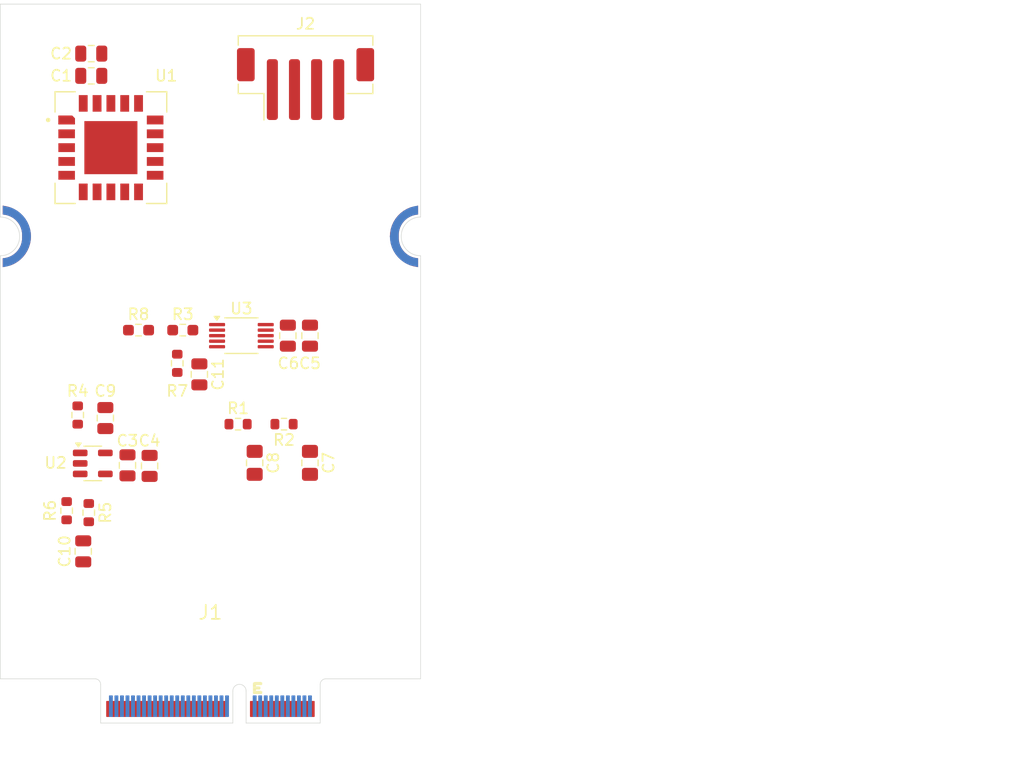
<source format=kicad_pcb>
(kicad_pcb (version 20241229) (generator "pcbnew") (generator_version "9.0")
  (layers (0 "F.Cu" signal) (2 "B.Cu" signal) (13 "F.Paste" user) (15 "B.Paste" user) (5 "F.SilkS" user "F.Silkscreen") (7 "B.SilkS" user "B.Silkscreen") (1 "F.Mask" user) (3 "B.Mask" user) (25 "Edge.Cuts" user))
  (net 0 "")
  (net 2 "GND")
  (net 10 "I2C_SDA")
  (net 19 "I2C_SCL")
  (net 21 "Net-(J1-VCC-Pad72)")
  (net 23 "+3.3V")
  (net 47 "LPF-OUT")
  (net 48 "OPA320-IN")
  (net 49 "OPA320-OUT")
  (net 50 "Net-(U3-ALERT{slash}RDY)")
  (net 51 "Net-(C7-Pad1)")
  (net 52 "Net-(U2-+IN)")
  (net 53 "Net-(U3-AIN0)")
  (footprint "Resistor_SMD:R_0603_1608Metric" (layer "F.Cu") (at 146.5 116.325 -90)
    (property "Reference" "R6" (at 0 1.5 90) (layer "F.SilkS"))
    (property "Value" "10k")
    (fp_line (start -0.237258 0.5225) (end 0.237258 0.5225) (stroke (width 0.12)) (layer "F.SilkS"))
    (fp_line (start -0.237258 -0.5225) (end 0.237258 -0.5225) (stroke (width 0.12)) (layer "F.SilkS"))
    (pad "1" smd roundrect (at -0.825 0 270) (size 0.8 0.95) (layers "F.Cu" "F.Mask" "F.Paste") (net 23 "+3.3V"))
    (pad "2" smd roundrect (at 0.825 0 270) (size 0.8 0.95) (layers "F.Cu" "F.Mask" "F.Paste") (net 52 "Net-(U2-+IN)"))
  )
  (footprint "SensironCO2_FP:XDCR_SCD41-D-R2" (layer "F.Cu") (at 150.5 83.5)
    (property "Reference" "U1" (at 5 -6.5 0) (layer "F.SilkS"))
    (property "Value" "SCD41-D-R2")
    (fp_line (start -5.05 -5.05) (end -5.05 -3.22) (stroke (width 0.127)) (layer "F.SilkS"))
    (fp_line (start -5.05 -5.05) (end -3.22 -5.05) (stroke (width 0.127)) (layer "F.SilkS"))
    (fp_line (start -5.05 5.05) (end -5.05 3.22) (stroke (width 0.127)) (layer "F.SilkS"))
    (fp_line (start -3.22 5.05) (end -5.05 5.05) (stroke (width 0.127)) (layer "F.SilkS"))
    (fp_line (start 3.22 -5.05) (end 5.05 -5.05) (stroke (width 0.127)) (layer "F.SilkS"))
    (fp_line (start 5.05 -5.05) (end 5.05 -3.22) (stroke (width 0.127)) (layer "F.SilkS"))
    (fp_line (start 5.05 5.05) (end 3.22 5.05) (stroke (width 0.127)) (layer "F.SilkS"))
    (fp_line (start 5.05 5.05) (end 5.05 3.22) (stroke (width 0.127)) (layer "F.SilkS"))
    (fp_circle (center -5.673 -2.5) (end -5.573 -2.5) (stroke (width 0.2)) (fill no) (layer "F.SilkS"))
    (pad "1" smd custom (at -4 -2.5) (size 0.5 0.5) (layers "F.Cu") (options (clearance outline) (anchor rect)) (primitives (gr_poly (pts (xy 0.75 0.4) (xy -0.75 0.4) (xy -0.75 -0.4) (xy 0.5 -0.4) (xy 0.75 -0.15)) (width 0.01) (fill yes))))
    (pad "2" smd rect (at -4 -1.25) (size 1.5 0.8) (layers "F.Cu"))
    (pad "3" smd rect (at -4 0) (size 1.5 0.8) (layers "F.Cu"))
    (pad "4" smd rect (at -4 1.25) (size 1.5 0.8) (layers "F.Cu"))
    (pad "5" smd rect (at -4 2.5) (size 1.5 0.8) (layers "F.Cu"))
    (pad "6" smd rect (at -2.5 4) (size 0.8 1.5) (layers "F.Cu") (net 2 "GND"))
    (pad "7" smd rect (at -1.25 4) (size 0.8 1.5) (layers "F.Cu") (net 23 "+3.3V"))
    (pad "8" smd rect (at 0 4) (size 0.8 1.5) (layers "F.Cu"))
    (pad "9" smd rect (at 1.25 4) (size 0.8 1.5) (layers "F.Cu") (net 19 "I2C_SCL"))
    (pad "10" smd rect (at 2.5 4) (size 0.8 1.5) (layers "F.Cu") (net 10 "I2C_SDA"))
    (pad "11" smd rect (at 4 2.5) (size 1.5 0.8) (layers "F.Cu"))
    (pad "12" smd rect (at 4 1.25) (size 1.5 0.8) (layers "F.Cu"))
    (pad "13" smd rect (at 4 0) (size 1.5 0.8) (layers "F.Cu"))
    (pad "14" smd rect (at 4 -1.25) (size 1.5 0.8) (layers "F.Cu"))
    (pad "15" smd rect (at 4 -2.5) (size 1.5 0.8) (layers "F.Cu"))
    (pad "16" smd rect (at 2.5 -4) (size 0.8 1.5) (layers "F.Cu"))
    (pad "17" smd rect (at 1.25 -4) (size 0.8 1.5) (layers "F.Cu"))
    (pad "18" smd rect (at 0 -4) (size 0.8 1.5) (layers "F.Cu"))
    (pad "19" smd rect (at -1.25 -4) (size 0.8 1.5) (layers "F.Cu") (net 23 "+3.3V"))
    (pad "20" smd rect (at -2.5 -4) (size 0.8 1.5) (layers "F.Cu") (net 2 "GND"))
    (pad "21" smd rect (at 0 0) (size 4.8 4.8) (layers "F.Cu") (net 2 "GND"))
  )
  (footprint "Capacitor_SMD:C_0805_2012Metric" (layer "F.Cu") (at 152 112.225 90)
    (property "Reference" "C3" (at 2.225 0 180) (layer "F.SilkS"))
    (property "Value" "0.1u")
    (fp_line (start -0.261252 -0.735) (end 0.261252 -0.735) (stroke (width 0.12)) (layer "F.SilkS"))
    (fp_line (start -0.261252 0.735) (end 0.261252 0.735) (stroke (width 0.12)) (layer "F.SilkS"))
    (pad "1" smd roundrect (at -0.95 0 90) (size 1 1.45) (layers "F.Cu" "F.Mask" "F.Paste") (net 23 "+3.3V"))
    (pad "2" smd roundrect (at 0.95 0 90) (size 1 1.45) (layers "F.Cu" "F.Mask" "F.Paste") (net 2 "GND"))
  )
  (footprint "Capacitor_SMD:C_0805_2012Metric" (layer "F.Cu") (at 158.5 104 -90)
    (property "Reference" "C11" (at 0 -1.68 90) (layer "F.SilkS"))
    (property "Value" "2.2n")
    (fp_line (start -0.261252 0.735) (end 0.261252 0.735) (stroke (width 0.12)) (layer "F.SilkS"))
    (fp_line (start -0.261252 -0.735) (end 0.261252 -0.735) (stroke (width 0.12)) (layer "F.SilkS"))
    (pad "1" smd roundrect (at -0.95 0 270) (size 1 1.45) (layers "F.Cu" "F.Mask" "F.Paste") (net 53 "Net-(U3-AIN0)"))
    (pad "2" smd roundrect (at 0.95 0 270) (size 1 1.45) (layers "F.Cu" "F.Mask" "F.Paste") (net 2 "GND"))
  )
  (footprint "Capacitor_SMD:C_0805_2012Metric" (layer "F.Cu") (at 166.5 100.5 -90)
    (property "Reference" "C6" (at 2.5 -0.05 0) (layer "F.SilkS"))
    (property "Value" "1u")
    (fp_line (start -0.261252 0.735) (end 0.261252 0.735) (stroke (width 0.12)) (layer "F.SilkS"))
    (fp_line (start -0.261252 -0.735) (end 0.261252 -0.735) (stroke (width 0.12)) (layer "F.SilkS"))
    (pad "1" smd roundrect (at -0.95 0 270) (size 1 1.45) (layers "F.Cu" "F.Mask" "F.Paste") (net 23 "+3.3V"))
    (pad "2" smd roundrect (at 0.95 0 270) (size 1 1.45) (layers "F.Cu" "F.Mask" "F.Paste") (net 2 "GND"))
  )
  (footprint "Resistor_SMD:R_0603_1608Metric_Pad0.98x0.95mm_HandSolder" (layer "F.Cu") (at 157 100)
    (property "Reference" "R3" (at 0 -1.43 0) (layer "F.SilkS"))
    (property "Value" "10k")
    (fp_line (start -0.254724 -0.5225) (end 0.254724 -0.5225) (stroke (width 0.12)) (layer "F.SilkS"))
    (fp_line (start -0.254724 0.5225) (end 0.254724 0.5225) (stroke (width 0.12)) (layer "F.SilkS"))
    (pad "1" smd roundrect (at -0.9125 0) (size 0.975 0.95) (layers "F.Cu" "F.Mask" "F.Paste") (net 23 "+3.3V"))
    (pad "2" smd roundrect (at 0.9125 0) (size 0.975 0.95) (layers "F.Cu" "F.Mask" "F.Paste") (net 50 "Net-(U3-ALERT{slash}RDY)"))
  )
  (footprint "Capacitor_SMD:C_0805_2012Metric" (layer "F.Cu") (at 150 107.95 -90)
    (property "Reference" "C9" (at -2.45 0 180) (layer "F.SilkS"))
    (property "Value" "220p")
    (fp_line (start -0.261252 0.735) (end 0.261252 0.735) (stroke (width 0.12)) (layer "F.SilkS"))
    (fp_line (start -0.261252 -0.735) (end 0.261252 -0.735) (stroke (width 0.12)) (layer "F.SilkS"))
    (pad "1" smd roundrect (at -0.95 0 270) (size 1 1.45) (layers "F.Cu" "F.Mask" "F.Paste") (net 48 "OPA320-IN"))
    (pad "2" smd roundrect (at 0.95 0 270) (size 1 1.45) (layers "F.Cu" "F.Mask" "F.Paste") (net 2 "GND"))
  )
  (footprint "Resistor_SMD:R_0603_1608Metric_Pad0.98x0.95mm_HandSolder" (layer "F.Cu") (at 153 100)
    (property "Reference" "R8" (at 0 -1.43 0) (layer "F.SilkS"))
    (property "Value" "10k")
    (fp_line (start -0.254724 -0.5225) (end 0.254724 -0.5225) (stroke (width 0.12)) (layer "F.SilkS"))
    (fp_line (start -0.254724 0.5225) (end 0.254724 0.5225) (stroke (width 0.12)) (layer "F.SilkS"))
    (pad "1" smd roundrect (at -0.9125 0) (size 0.975 0.95) (layers "F.Cu" "F.Mask" "F.Paste") (net 2 "GND"))
    (pad "2" smd roundrect (at 0.9125 0) (size 0.975 0.95) (layers "F.Cu" "F.Mask" "F.Paste") (net 23 "+3.3V"))
  )
  (footprint "Resistor_SMD:R_0603_1608Metric" (layer "F.Cu") (at 148.5 116.5 -90)
    (property "Reference" "R5" (at 0 -1.5 90) (layer "F.SilkS"))
    (property "Value" "10k")
    (fp_line (start -0.237258 0.5225) (end 0.237258 0.5225) (stroke (width 0.12)) (layer "F.SilkS"))
    (fp_line (start -0.237258 -0.5225) (end 0.237258 -0.5225) (stroke (width 0.12)) (layer "F.SilkS"))
    (pad "1" smd roundrect (at -0.825 0 270) (size 0.8 0.95) (layers "F.Cu" "F.Mask" "F.Paste") (net 23 "+3.3V"))
    (pad "2" smd roundrect (at 0.825 0 270) (size 0.8 0.95) (layers "F.Cu" "F.Mask" "F.Paste") (net 2 "GND"))
  )
  (footprint "Capacitor_SMD:C_0805_2012Metric" (layer "F.Cu") (at 148.725 77.01 180)
    (property "Reference" "C1" (at 2.725 0.01 180) (layer "F.SilkS"))
    (property "Value" "0.1u")
    (fp_line (start -0.261252 0.735) (end 0.261252 0.735) (stroke (width 0.12)) (layer "F.SilkS"))
    (fp_line (start -0.261252 -0.735) (end 0.261252 -0.735) (stroke (width 0.12)) (layer "F.SilkS"))
    (pad "1" smd roundrect (at -0.95 0 180) (size 1 1.45) (layers "F.Cu" "F.Mask" "F.Paste") (net 23 "+3.3V"))
    (pad "2" smd roundrect (at 0.95 0 180) (size 1 1.45) (layers "F.Cu" "F.Mask" "F.Paste") (net 2 "GND"))
  )
  (footprint "Capacitor_SMD:C_0805_2012Metric" (layer "F.Cu") (at 168.5 100.5 -90)
    (property "Reference" "C5" (at 2.5 0 0) (layer "F.SilkS"))
    (property "Value" "0.1u")
    (fp_line (start -0.261252 0.735) (end 0.261252 0.735) (stroke (width 0.12)) (layer "F.SilkS"))
    (fp_line (start -0.261252 -0.735) (end 0.261252 -0.735) (stroke (width 0.12)) (layer "F.SilkS"))
    (pad "1" smd roundrect (at -0.95 0 270) (size 1 1.45) (layers "F.Cu" "F.Mask" "F.Paste") (net 23 "+3.3V"))
    (pad "2" smd roundrect (at 0.95 0 270) (size 1 1.45) (layers "F.Cu" "F.Mask" "F.Paste") (net 2 "GND"))
  )
  (footprint "Package_SO:VSSOP-10_3x3mm_P0.5mm" (layer "F.Cu") (at 162.3 100.5)
    (property "Reference" "U3" (at 0 -2.45 0) (layer "F.SilkS"))
    (property "Value" "ADS1115IDGSR")
    (fp_line (start 0 -1.61) (end -1.5 -1.61) (stroke (width 0.12)) (layer "F.SilkS"))
    (fp_line (start 0 -1.61) (end 1.5 -1.61) (stroke (width 0.12)) (layer "F.SilkS"))
    (fp_line (start 0 1.61) (end -1.5 1.61) (stroke (width 0.12)) (layer "F.SilkS"))
    (fp_line (start 0 1.61) (end 1.5 1.61) (stroke (width 0.12)) (layer "F.SilkS"))
    (fp_poly (pts (xy -2.2125 -1.41) (xy -2.4525 -1.74) (xy -1.9725 -1.74)) (stroke (width 0.12)) (fill yes) (layer "F.SilkS"))
    (pad "1" smd roundrect (at -2.2 -1) (size 1.45 0.3) (layers "F.Cu" "F.Mask" "F.Paste") (net 2 "GND"))
    (pad "2" smd roundrect (at -2.2 -0.5) (size 1.45 0.3) (layers "F.Cu" "F.Mask" "F.Paste") (net 50 "Net-(U3-ALERT{slash}RDY)"))
    (pad "3" smd roundrect (at -2.2 0) (size 1.45 0.3) (layers "F.Cu" "F.Mask" "F.Paste") (net 2 "GND"))
    (pad "4" smd roundrect (at -2.2 0.5) (size 1.45 0.3) (layers "F.Cu" "F.Mask" "F.Paste") (net 53 "Net-(U3-AIN0)"))
    (pad "5" smd roundrect (at -2.2 1) (size 1.45 0.3) (layers "F.Cu" "F.Mask" "F.Paste") (net 2 "GND"))
    (pad "6" smd roundrect (at 2.2 1) (size 1.45 0.3) (layers "F.Cu" "F.Mask" "F.Paste") (net 2 "GND"))
    (pad "7" smd roundrect (at 2.2 0.5) (size 1.45 0.3) (layers "F.Cu" "F.Mask" "F.Paste") (net 2 "GND"))
    (pad "8" smd roundrect (at 2.2 0) (size 1.45 0.3) (layers "F.Cu" "F.Mask" "F.Paste") (net 23 "+3.3V"))
    (pad "9" smd roundrect (at 2.2 -0.5) (size 1.45 0.3) (layers "F.Cu" "F.Mask" "F.Paste") (net 10 "I2C_SDA"))
    (pad "10" smd roundrect (at 2.2 -1) (size 1.45 0.3) (layers "F.Cu" "F.Mask" "F.Paste") (net 19 "I2C_SCL"))
  )
  (footprint "Capacitor_SMD:C_0805_2012Metric" (layer "F.Cu") (at 154 112.275 90)
    (property "Reference" "C4" (at 2.275 0 180) (layer "F.SilkS"))
    (property "Value" "1u")
    (fp_line (start -0.261252 -0.735) (end 0.261252 -0.735) (stroke (width 0.12)) (layer "F.SilkS"))
    (fp_line (start -0.261252 0.735) (end 0.261252 0.735) (stroke (width 0.12)) (layer "F.SilkS"))
    (pad "1" smd roundrect (at -0.95 0 90) (size 1 1.45) (layers "F.Cu" "F.Mask" "F.Paste") (net 23 "+3.3V"))
    (pad "2" smd roundrect (at 0.95 0 90) (size 1 1.45) (layers "F.Cu" "F.Mask" "F.Paste") (net 2 "GND"))
  )
  (footprint "Package_TO_SOT_SMD:SOT-23-5" (layer "F.Cu") (at 148.8625 112.05)
    (property "Reference" "U2" (at -3.3625 -0.05 0) (layer "F.SilkS"))
    (property "Value" "OPA320AIDBVR")
    (fp_line (start 0 -1.56) (end -0.8 -1.56) (stroke (width 0.12)) (layer "F.SilkS"))
    (fp_line (start 0 -1.56) (end 0.8 -1.56) (stroke (width 0.12)) (layer "F.SilkS"))
    (fp_line (start 0 1.56) (end -0.8 1.56) (stroke (width 0.12)) (layer "F.SilkS"))
    (fp_line (start 0 1.56) (end 0.8 1.56) (stroke (width 0.12)) (layer "F.SilkS"))
    (fp_poly (pts (xy -1.3 -1.51) (xy -1.54 -1.84) (xy -1.06 -1.84)) (stroke (width 0.12)) (fill yes) (layer "F.SilkS"))
    (pad "1" smd roundrect (at -1.1375 -0.95) (size 1.325 0.6) (layers "F.Cu" "F.Mask" "F.Paste") (net 49 "OPA320-OUT"))
    (pad "2" smd roundrect (at -1.1375 0) (size 1.325 0.6) (layers "F.Cu" "F.Mask" "F.Paste") (net 2 "GND"))
    (pad "3" smd roundrect (at -1.1375 0.95) (size 1.325 0.6) (layers "F.Cu" "F.Mask" "F.Paste") (net 52 "Net-(U2-+IN)"))
    (pad "4" smd roundrect (at 1.1375 0.95) (size 1.325 0.6) (layers "F.Cu" "F.Mask" "F.Paste") (net 48 "OPA320-IN"))
    (pad "5" smd roundrect (at 1.1375 -0.95) (size 1.325 0.6) (layers "F.Cu" "F.Mask" "F.Paste") (net 23 "+3.3V"))
  )
  (footprint "Resistor_SMD:R_0603_1608Metric" (layer "F.Cu") (at 162 108.5)
    (property "Reference" "R1" (at 0 -1.43 0) (layer "F.SilkS"))
    (property "Value" "1k")
    (fp_line (start -0.237258 -0.5225) (end 0.237258 -0.5225) (stroke (width 0.12)) (layer "F.SilkS"))
    (fp_line (start -0.237258 0.5225) (end 0.237258 0.5225) (stroke (width 0.12)) (layer "F.SilkS"))
    (pad "1" smd roundrect (at -0.825 0) (size 0.8 0.95) (layers "F.Cu" "F.Mask" "F.Paste") (net 49 "OPA320-OUT"))
    (pad "2" smd roundrect (at 0.825 0) (size 0.8 0.95) (layers "F.Cu" "F.Mask" "F.Paste") (net 51 "Net-(C7-Pad1)"))
  )
  (footprint "Resistor_SMD:R_0603_1608Metric" (layer "F.Cu") (at 166.155 108.5 180)
    (property "Reference" "R2" (at 0 -1.43 180) (layer "F.SilkS"))
    (property "Value" "1k")
    (fp_line (start -0.237258 0.5225) (end 0.237258 0.5225) (stroke (width 0.12)) (layer "F.SilkS"))
    (fp_line (start -0.237258 -0.5225) (end 0.237258 -0.5225) (stroke (width 0.12)) (layer "F.SilkS"))
    (pad "1" smd roundrect (at -0.825 0 180) (size 0.8 0.95) (layers "F.Cu" "F.Mask" "F.Paste") (net 51 "Net-(C7-Pad1)"))
    (pad "2" smd roundrect (at 0.825 0 180) (size 0.8 0.95) (layers "F.Cu" "F.Mask" "F.Paste") (net 47 "LPF-OUT"))
  )
  (footprint "Capacitor_SMD:C_0805_2012Metric" (layer "F.Cu") (at 148.725 75 180)
    (property "Reference" "C2" (at 2.725 0 180) (layer "F.SilkS"))
    (property "Value" "1u")
    (fp_line (start -0.261252 0.735) (end 0.261252 0.735) (stroke (width 0.12)) (layer "F.SilkS"))
    (fp_line (start -0.261252 -0.735) (end 0.261252 -0.735) (stroke (width 0.12)) (layer "F.SilkS"))
    (pad "1" smd roundrect (at -0.95 0 180) (size 1 1.45) (layers "F.Cu" "F.Mask" "F.Paste") (net 23 "+3.3V"))
    (pad "2" smd roundrect (at 0.95 0 180) (size 1 1.45) (layers "F.Cu" "F.Mask" "F.Paste") (net 2 "GND"))
  )
  (footprint "MOSAIC_function_board_footprints:M.2-CARD-E-22_FUNCTION_STANDARD" (layer "F.Cu") (at 159.5 135.525)
    (property "Reference" "J1" (at 0 -10 0) (layer "F.SilkS") (effects (font (size 1.27 1.27))))
    (property "Value" "~" (hide yes))
    (fp_poly (pts (xy 3.841 -3.595) (xy 4.681 -3.595) (xy 4.681 -3.635) (xy 3.841 -3.635)) (fill yes) (layer "F.SilkS"))
    (fp_poly (pts (xy 3.841 -3.555) (xy 4.681 -3.555) (xy 4.681 -3.595) (xy 3.841 -3.595)) (fill yes) (layer "F.SilkS"))
    (fp_poly (pts (xy 3.841 -3.515) (xy 4.681 -3.515) (xy 4.681 -3.555) (xy 3.841 -3.555)) (fill yes) (layer "F.SilkS"))
    (fp_poly (pts (xy 3.841 -3.475) (xy 4.681 -3.475) (xy 4.681 -3.515) (xy 3.841 -3.515)) (fill yes) (layer "F.SilkS"))
    (fp_poly (pts (xy 3.841 -3.435) (xy 4.641 -3.435) (xy 4.641 -3.475) (xy 3.841 -3.475)) (fill yes) (layer "F.SilkS"))
    (fp_poly (pts (xy 3.841 -3.395) (xy 4.121 -3.395) (xy 4.121 -3.435) (xy 3.841 -3.435)) (fill yes) (layer "F.SilkS"))
    (fp_poly (pts (xy 3.841 -3.355) (xy 4.121 -3.355) (xy 4.121 -3.395) (xy 3.841 -3.395)) (fill yes) (layer "F.SilkS"))
    (fp_poly (pts (xy 3.841 -3.315) (xy 4.121 -3.315) (xy 4.121 -3.355) (xy 3.841 -3.355)) (fill yes) (layer "F.SilkS"))
    (fp_poly (pts (xy 3.841 -3.275) (xy 4.441 -3.275) (xy 4.441 -3.315) (xy 3.841 -3.315)) (fill yes) (layer "F.SilkS"))
    (fp_poly (pts (xy 3.841 -3.235) (xy 4.521 -3.235) (xy 4.521 -3.275) (xy 3.841 -3.275)) (fill yes) (layer "F.SilkS"))
    (fp_poly (pts (xy 3.841 -3.195) (xy 4.521 -3.195) (xy 4.521 -3.235) (xy 3.841 -3.235)) (fill yes) (layer "F.SilkS"))
    (fp_poly (pts (xy 3.841 -3.155) (xy 4.521 -3.155) (xy 4.521 -3.195) (xy 3.841 -3.195)) (fill yes) (layer "F.SilkS"))
    (fp_poly (pts (xy 3.841 -3.115) (xy 4.521 -3.115) (xy 4.521 -3.155) (xy 3.841 -3.155)) (fill yes) (layer "F.SilkS"))
    (fp_poly (pts (xy 3.841 -3.075) (xy 4.521 -3.075) (xy 4.521 -3.115) (xy 3.841 -3.115)) (fill yes) (layer "F.SilkS"))
    (fp_poly (pts (xy 3.841 -3.035) (xy 4.481 -3.035) (xy 4.481 -3.075) (xy 3.841 -3.075)) (fill yes) (layer "F.SilkS"))
    (fp_poly (pts (xy 3.841 -2.995) (xy 4.121 -2.995) (xy 4.121 -3.035) (xy 3.841 -3.035)) (fill yes) (layer "F.SilkS"))
    (fp_poly (pts (xy 3.841 -2.955) (xy 4.121 -2.955) (xy 4.121 -2.995) (xy 3.841 -2.995)) (fill yes) (layer "F.SilkS"))
    (fp_poly (pts (xy 3.841 -2.915) (xy 4.121 -2.915) (xy 4.121 -2.955) (xy 3.841 -2.955)) (fill yes) (layer "F.SilkS"))
    (fp_poly (pts (xy 3.841 -2.875) (xy 4.601 -2.875) (xy 4.601 -2.915) (xy 3.841 -2.915)) (fill yes) (layer "F.SilkS"))
    (fp_poly (pts (xy 3.841 -2.835) (xy 4.681 -2.835) (xy 4.681 -2.875) (xy 3.841 -2.875)) (fill yes) (layer "F.SilkS"))
    (fp_poly (pts (xy 3.841 -2.795) (xy 4.681 -2.795) (xy 4.681 -2.835) (xy 3.841 -2.835)) (fill yes) (layer "F.SilkS"))
    (fp_poly (pts (xy 3.841 -2.755) (xy 4.681 -2.755) (xy 4.681 -2.795) (xy 3.841 -2.795)) (fill yes) (layer "F.SilkS"))
    (fp_poly (pts (xy 3.841 -2.715) (xy 4.681 -2.715) (xy 4.681 -2.755) (xy 3.841 -2.755)) (fill yes) (layer "F.SilkS"))
    (fp_poly (pts (xy 3.841 -2.675) (xy 4.681 -2.675) (xy 4.681 -2.715) (xy 3.841 -2.715)) (fill yes) (layer "F.SilkS"))
    (fp_poly (pts (xy 3.881 -3.635) (xy 4.681 -3.635) (xy 4.681 -3.675) (xy 3.881 -3.675)) (fill yes) (layer "F.SilkS"))
    (fp_poly (pts (xy 3.881 -2.635) (xy 4.641 -2.635) (xy 4.641 -2.675) (xy 3.881 -2.675)) (fill yes) (layer "F.SilkS"))
    (fp_poly (pts (xy 3.961 -3.675) (xy 4.601 -3.675) (xy 4.601 -3.715) (xy 3.961 -3.715)) (fill yes) (layer "F.SilkS"))
    (fp_line (start -19 -65) (end 19 -65) (stroke (width 0.0508)) (layer "Edge.Cuts"))
    (fp_line (start -19 -45.75) (end -19 -65) (stroke (width 0.05)) (layer "Edge.Cuts"))
    (fp_line (start -19 -42.25) (end -19 -4) (stroke (width 0.05)) (layer "Edge.Cuts"))
    (fp_line (start -10.4 -4) (end -19 -4) (stroke (width 0.0508)) (layer "Edge.Cuts"))
    (fp_line (start -9.925 0) (end -9.925 -3.5) (stroke (width 0.0508)) (layer "Edge.Cuts"))
    (fp_line (start 2.025 -2.9) (end 2.025 0) (stroke (width 0.0508)) (layer "Edge.Cuts"))
    (fp_line (start 2.025 0) (end -9.925 0) (stroke (width 0.0508)) (layer "Edge.Cuts"))
    (fp_line (start 3.225 -2.9) (end 3.225 0) (stroke (width 0.0508)) (layer "Edge.Cuts"))
    (fp_line (start 9.925 -3.5) (end 9.925 0) (stroke (width 0.0508)) (layer "Edge.Cuts"))
    (fp_line (start 9.925 0) (end 3.225 0) (stroke (width 0.0508)) (layer "Edge.Cuts"))
    (fp_line (start 10.4 -4) (end 19 -4) (stroke (width 0.0508)) (layer "Edge.Cuts"))
    (fp_line (start 19 -45.75) (end 19 -65) (stroke (width 0.05)) (layer "Edge.Cuts"))
    (fp_line (start 19 -42.25) (end 19 -4) (stroke (width 0.05)) (layer "Edge.Cuts"))
    (fp_arc (start -19 -45.75) (mid -17.25 -44) (end -19 -42.25) (stroke (width 0.0508)) (layer "Edge.Cuts"))
    (fp_arc (start -10.4 -4) (mid -10.066759 -3.840954) (end -9.925 -3.5) (stroke (width 0.0508)) (layer "Edge.Cuts"))
    (fp_arc (start 2.025 -2.9) (mid 2.625 -3.5) (end 3.225 -2.9) (stroke (width 0.0508)) (layer "Edge.Cuts"))
    (fp_arc (start 9.925 -3.5) (mid 10.065344 -3.842298) (end 10.4 -4) (stroke (width 0.0508)) (layer "Edge.Cuts"))
    (fp_arc (start 19 -42.25) (mid 17.25 -44) (end 19 -45.75) (stroke (width 0.0508)) (layer "Edge.Cuts"))
    (fp_text user "Route\nOut" (at -18.15 -44.025 90) (layer "Edge.Cuts") (effects (font (size 0.276 0.276) (thickness 0.024))))
    (fp_text user "Route\nOut" (at 18.3 -44 270) (layer "Edge.Cuts") (effects (font (size 0.276 0.276) (thickness 0.024))))
    (pad "1" smd roundrect (at 9.25 -1.275 180) (size 0.35 1.45) (layers "F.Cu" "F.Mask") (roundrect_rratio 0.1451428571) (net 2 "GND"))
    (pad "2" smd roundrect (at 9 -1.525) (size 0.35 1.95) (layers "B.Cu" "B.Mask") (roundrect_rratio 0.1451428571))
    (pad "3" smd roundrect (at 8.75 -1.275 180) (size 0.35 1.45) (layers "F.Cu" "F.Mask") (roundrect_rratio 0.1451428571))
    (pad "4" smd roundrect (at 8.5 -1.525) (size 0.35 1.95) (layers "B.Cu" "B.Mask") (roundrect_rratio 0.1451428571))
    (pad "5" smd roundrect (at 8.25 -1.275 180) (size 0.35 1.45) (layers "F.Cu" "F.Mask") (roundrect_rratio 0.1451428571))
    (pad "6" smd roundrect (at 8 -1.525) (size 0.35 1.95) (layers "B.Cu" "B.Mask") (roundrect_rratio 0.1451428571))
    (pad "7" smd roundrect (at 7.75 -1.275 180) (size 0.35 1.45) (layers "F.Cu" "F.Mask") (roundrect_rratio 0.1451428571))
    (pad "8" smd roundrect (at 7.5 -1.525) (size 0.35 1.95) (layers "B.Cu" "B.Mask") (roundrect_rratio 0.1451428571))
    (pad "9" smd roundrect (at 7.25 -1.275 180) (size 0.35 1.45) (layers "F.Cu" "F.Mask") (roundrect_rratio 0.1451428571))
    (pad "10" smd roundrect (at 7 -1.525) (size 0.35 1.95) (layers "B.Cu" "B.Mask") (roundrect_rratio 0.1451428571))
    (pad "11" smd roundrect (at 6.75 -1.275 180) (size 0.35 1.45) (layers "F.Cu" "F.Mask") (roundrect_rratio 0.1451428571))
    (pad "12" smd roundrect (at 6.5 -1.525) (size 0.35 1.95) (layers "B.Cu" "B.Mask") (roundrect_rratio 0.1451428571))
    (pad "13" smd roundrect (at 6.25 -1.275 180) (size 0.35 1.45) (layers "F.Cu" "F.Mask") (roundrect_rratio 0.1451428571))
    (pad "14" smd roundrect (at 6 -1.525) (size 0.35 1.95) (layers "B.Cu" "B.Mask") (roundrect_rratio 0.1451428571))
    (pad "15" smd roundrect (at 5.75 -1.275 180) (size 0.35 1.45) (layers "F.Cu" "F.Mask") (roundrect_rratio 0.1451428571))
    (pad "16" smd roundrect (at 5.5 -1.525) (size 0.35 1.95) (layers "B.Cu" "B.Mask") (roundrect_rratio 0.1451428571))
    (pad "17" smd roundrect (at 5.25 -1.275 180) (size 0.35 1.45) (layers "F.Cu" "F.Mask") (roundrect_rratio 0.1451428571))
    (pad "18" smd roundrect (at 5 -1.525) (size 0.35 1.95) (layers "B.Cu" "B.Mask") (roundrect_rratio 0.1451428571))
    (pad "19" smd roundrect (at 4.75 -1.275 180) (size 0.35 1.45) (layers "F.Cu" "F.Mask") (roundrect_rratio 0.1451428571) (net 10 "I2C_SDA"))
    (pad "20" smd roundrect (at 4.5 -1.525) (size 0.35 1.95) (layers "B.Cu" "B.Mask") (roundrect_rratio 0.1451428571))
    (pad "21" smd roundrect (at 4.25 -1.275 180) (size 0.35 1.45) (layers "F.Cu" "F.Mask") (roundrect_rratio 0.1451428571) (net 19 "I2C_SCL"))
    (pad "22" smd roundrect (at 4 -1.525) (size 0.35 1.95) (layers "B.Cu" "B.Mask") (roundrect_rratio 0.1451428571))
    (pad "23" smd roundrect (at 3.75 -1.275 180) (size 0.35 1.45) (layers "F.Cu" "F.Mask") (roundrect_rratio 0.1451428571))
    (pad "32" smd roundrect (at 1.5 -1.525) (size 0.35 1.95) (layers "B.Cu" "B.Mask") (roundrect_rratio 0.1451428571))
    (pad "33" smd roundrect (at 1.25 -1.275 180) (size 0.35 1.45) (layers "F.Cu" "F.Mask") (roundrect_rratio 0.1451428571) (net 2 "GND"))
    (pad "34" smd roundrect (at 1 -1.525) (size 0.35 1.95) (layers "B.Cu" "B.Mask") (roundrect_rratio 0.1451428571))
    (pad "35" smd roundrect (at 0.75 -1.275 180) (size 0.35 1.45) (layers "F.Cu" "F.Mask") (roundrect_rratio 0.1451428571))
    (pad "36" smd roundrect (at 0.5 -1.525) (size 0.35 1.95) (layers "B.Cu" "B.Mask") (roundrect_rratio 0.1451428571))
    (pad "37" smd roundrect (at 0.25 -1.275 180) (size 0.35 1.45) (layers "F.Cu" "F.Mask") (roundrect_rratio 0.1451428571))
    (pad "38" smd roundrect (at 0 -1.525) (size 0.35 1.95) (layers "B.Cu" "B.Mask") (roundrect_rratio 0.1451428571))
    (pad "39" smd roundrect (at -0.25 -1.275 180) (size 0.35 1.45) (layers "F.Cu" "F.Mask") (roundrect_rratio 0.1451428571) (net 2 "GND"))
    (pad "40" smd roundrect (at -0.5 -1.525) (size 0.35 1.95) (layers "B.Cu" "B.Mask") (roundrect_rratio 0.1451428571))
    (pad "41" smd roundrect (at -0.75 -1.275 180) (size 0.35 1.45) (layers "F.Cu" "F.Mask") (roundrect_rratio 0.1451428571))
    (pad "42" smd roundrect (at -1 -1.525) (size 0.35 1.95) (layers "B.Cu" "B.Mask") (roundrect_rratio 0.1451428571))
    (pad "43" smd roundrect (at -1.25 -1.275 180) (size 0.35 1.45) (layers "F.Cu" "F.Mask") (roundrect_rratio 0.1451428571))
    (pad "44" smd roundrect (at -1.5 -1.525) (size 0.35 1.95) (layers "B.Cu" "B.Mask") (roundrect_rratio 0.1451428571))
    (pad "45" smd roundrect (at -1.75 -1.275 180) (size 0.35 1.45) (layers "F.Cu" "F.Mask") (roundrect_rratio 0.1451428571) (net 2 "GND"))
    (pad "46" smd roundrect (at -2 -1.525) (size 0.35 1.95) (layers "B.Cu" "B.Mask") (roundrect_rratio 0.1451428571))
    (pad "47" smd roundrect (at -2.25 -1.275 180) (size 0.35 1.45) (layers "F.Cu" "F.Mask") (roundrect_rratio 0.1451428571))
    (pad "48" smd roundrect (at -2.5 -1.525) (size 0.35 1.95) (layers "B.Cu" "B.Mask") (roundrect_rratio 0.1451428571))
    (pad "49" smd roundrect (at -2.75 -1.275 180) (size 0.35 1.45) (layers "F.Cu" "F.Mask") (roundrect_rratio 0.1451428571))
    (pad "50" smd roundrect (at -3 -1.525) (size 0.35 1.95) (layers "B.Cu" "B.Mask") (roundrect_rratio 0.1451428571))
    (pad "51" smd roundrect (at -3.25 -1.275 180) (size 0.35 1.45) (layers "F.Cu" "F.Mask") (roundrect_rratio 0.1451428571))
    (pad "52" smd roundrect (at -3.5 -1.525) (size 0.35 1.95) (layers "B.Cu" "B.Mask") (roundrect_rratio 0.1451428571))
    (pad "53" smd roundrect (at -3.75 -1.275 180) (size 0.35 1.45) (layers "F.Cu" "F.Mask") (roundrect_rratio 0.1451428571))
    (pad "54" smd roundrect (at -4 -1.525) (size 0.35 1.95) (layers "B.Cu" "B.Mask") (roundrect_rratio 0.1451428571))
    (pad "55" smd roundrect (at -4.25 -1.275 180) (size 0.35 1.45) (layers "F.Cu" "F.Mask") (roundrect_rratio 0.1451428571))
    (pad "56" smd roundrect (at -4.5 -1.525) (size 0.35 1.95) (layers "B.Cu" "B.Mask") (roundrect_rratio 0.1451428571))
    (pad "57" smd roundrect (at -4.75 -1.275 180) (size 0.35 1.45) (layers "F.Cu" "F.Mask") (roundrect_rratio 0.1451428571))
    (pad "58" smd roundrect (at -5 -1.525) (size 0.35 1.95) (layers "B.Cu" "B.Mask") (roundrect_rratio 0.1451428571))
    (pad "59" smd roundrect (at -5.25 -1.275 180) (size 0.35 1.45) (layers "F.Cu" "F.Mask") (roundrect_rratio 0.1451428571))
    (pad "60" smd roundrect (at -5.5 -1.525) (size 0.35 1.95) (layers "B.Cu" "B.Mask") (roundrect_rratio 0.1451428571))
    (pad "61" smd roundrect (at -5.75 -1.275 180) (size 0.35 1.45) (layers "F.Cu" "F.Mask") (roundrect_rratio 0.1451428571))
    (pad "62" smd roundrect (at -6 -1.525) (size 0.35 1.95) (layers "B.Cu" "B.Mask") (roundrect_rratio 0.1451428571))
    (pad "63" smd roundrect (at -6.25 -1.275 180) (size 0.35 1.45) (layers "F.Cu" "F.Mask") (roundrect_rratio 0.1451428571))
    (pad "64" smd roundrect (at -6.5 -1.525) (size 0.35 1.95) (layers "B.Cu" "B.Mask") (roundrect_rratio 0.1451428571))
    (pad "65" smd roundrect (at -6.75 -1.275 180) (size 0.35 1.45) (layers "F.Cu" "F.Mask") (roundrect_rratio 0.1451428571))
    (pad "66" smd roundrect (at -7 -1.525) (size 0.35 1.95) (layers "B.Cu" "B.Mask") (roundrect_rratio 0.1451428571))
    (pad "67" smd roundrect (at -7.25 -1.275 180) (size 0.35 1.45) (layers "F.Cu" "F.Mask") (roundrect_rratio 0.1451428571))
    (pad "68" smd roundrect (at -7.5 -1.525) (size 0.35 1.95) (layers "B.Cu" "B.Mask") (roundrect_rratio 0.1451428571))
    (pad "69" smd roundrect (at -7.75 -1.275 180) (size 0.35 1.45) (layers "F.Cu" "F.Mask") (roundrect_rratio 0.1451428571))
    (pad "70" smd roundrect (at -8 -1.525) (size 0.35 1.95) (layers "B.Cu" "B.Mask") (roundrect_rratio 0.1451428571))
    (pad "71" smd roundrect (at -8.25 -1.275 180) (size 0.35 1.45) (layers "F.Cu" "F.Mask") (roundrect_rratio 0.1451428571))
    (pad "72" smd roundrect (at -8.5 -1.525) (size 0.35 1.95) (layers "B.Cu" "B.Mask") (roundrect_rratio 0.1451428571) (net 21 "Net-(J1-VCC-Pad72)"))
    (pad "73" smd roundrect (at -8.75 -1.275 180) (size 0.35 1.45) (layers "F.Cu" "F.Mask") (roundrect_rratio 0.1451428571) (net 23 "+3.3V"))
    (pad "74" smd roundrect (at -9 -1.525) (size 0.35 1.95) (layers "B.Cu" "B.Mask") (roundrect_rratio 0.1451428571) (net 21 "Net-(J1-VCC-Pad72)"))
    (pad "75" smd roundrect (at -9.25 -1.275 180) (size 0.35 1.45) (layers "F.Cu" "F.Mask") (roundrect_rratio 0.1451428571) (net 2 "GND"))
    (pad "76" smd custom (at -16.65 -44.025) (size 0.254 0.254) (layers "F.Cu") (net 2 "GND") (options (clearance outline) (anchor circle)) (primitives (gr_poly (pts (xy -1.760412 -2.693444) (xy -1.432764 -2.596636) (xy -1.119232 -2.460904) (xy -0.824422 -2.288241) (xy -0.552664 -2.081185) (xy -0.307948 -1.842774) (xy -0.09387 -1.576511) (xy 0.086427 -1.286308) (xy 0.230295 -0.976425) (xy 0.335621 -0.651414) (xy 0.400857 -0.31605) (xy 0.425057 0.024911) (xy 0.403244 0.366712) (xy 0.339835 0.703134) (xy 0.235774 1.029281) (xy 0.09262 1.340259) (xy -0.087478 1.631403) (xy -0.301819 1.898346) (xy -0.547187 2.137083) (xy -0.8199 2.344031) (xy -1.115869 2.516087) (xy -1.43136 2.650972) (xy -2.125 2.806214) (xy -2.125 2.003231) (xy -1.839643 1.963611) (xy -1.585462 1.890309) (xy -1.344294 1.781576) (xy -1.121069 1.639637) (xy -0.920302 1.467364) (xy -0.746103 1.268278) (xy -0.602008 1.046426) (xy -0.490954 0.806329) (xy -0.415198 0.552866) (xy -0.376286 0.291208) (xy -0.375 0.025) (xy -0.376286 -0.241207) (xy -0.415198 -0.502865) (xy -0.490954 -0.756328) (xy -0.602008 -0.996425) (xy -0.746103 -1.218277) (xy -0.920302 -1.417363) (xy -1.121069 -1.589636) (xy -1.344294 -1.731575) (xy -1.585462 -1.840308) (xy -1.839643 -1.91361) (xy -2.125 -1.953231) (xy -2.125 -2.754538)) (width 0) (fill yes))))
    (pad "77" smd custom (at 16.55 -44) (size 0.254 0.254) (layers "F.Cu") (net 2 "GND") (options (clearance outline) (anchor circle)) (primitives (gr_poly (pts (xy 2.225 -1.978231) (xy 1.939643 -1.93861) (xy 1.685462 -1.865308) (xy 1.444294 -1.756575) (xy 1.221069 -1.614636) (xy 1.020302 -1.442363) (xy 0.846103 -1.243277) (xy 0.702008 -1.021425) (xy 0.590954 -0.781328) (xy 0.515198 -0.527865) (xy 0.476286 -0.266207) (xy 0.475 0) (xy 0.476286 0.266208) (xy 0.515198 0.527866) (xy 0.590954 0.781329) (xy 0.702008 1.021426) (xy 0.846103 1.243278) (xy 1.020302 1.442364) (xy 1.221069 1.614637) (xy 1.444294 1.756576) (xy 1.685462 1.865309) (xy 1.939643 1.938611) (xy 2.225 1.978231) (xy 2.225 2.775) (xy 2.197919 2.775) (xy 1.860412 2.718444) (xy 1.532763 2.621636) (xy 1.219231 2.485903) (xy 0.924422 2.313241) (xy 0.652664 2.106184) (xy 0.407948 1.867774) (xy 0.193871 1.601511) (xy 0.013573 1.311307) (xy -0.130294 1.001425) (xy -0.235855 0.675689) (xy -0.322003 0.024313) (xy -0.326593 0.024166) (xy -0.325106 0.000852) (xy -0.328285 -0.023192) (xy -0.323551 -0.023503) (xy -0.303244 -0.341711) (xy -0.239835 -0.678134) (xy -0.135774 -1.004281) (xy 0.00738 -1.315258) (xy 0.187478 -1.606403) (xy 0.401819 -1.873345) (xy 0.647187 -2.112082) (xy 0.9199 -2.31903) (xy 1.215869 -2.491086) (xy 1.53136 -2.625971) (xy 2.225 -2.781214)) (width 0) (fill yes))))
    (pad "79" smd custom (at -16.65 -44.025) (size 0.254 0.254) (layers "B.Cu") (net 2 "GND") (options (clearance outline) (anchor circle)) (primitives (gr_poly (pts (xy -1.43136 -2.600971) (xy -1.115869 -2.466086) (xy -0.8199 -2.29403) (xy -0.547187 -2.087082) (xy -0.301819 -1.848345) (xy -0.087478 -1.581403) (xy 0.09262 -1.290258) (xy 0.235774 -0.979281) (xy 0.339835 -0.653134) (xy 0.403244 -0.316711) (xy 0.423508 0.000818) (xy 0.426771 0.000933) (xy 0.425057 0.025089) (xy 0.426593 0.049166) (xy 0.423341 0.04927) (xy 0.400856 0.36605) (xy 0.33562 0.701414) (xy 0.230294 1.026425) (xy 0.086427 1.336307) (xy -0.093871 1.626511) (xy -0.307948 1.892774) (xy -0.552664 2.131184) (xy -0.824422 2.338241) (xy -1.119231 2.510903) (xy -1.432763 2.646636) (xy -1.760412 2.743444) (xy -2.097919 2.8) (xy -2.125 2.8) (xy -2.125 2.003231) (xy -1.839643 1.963611) (xy -1.585462 1.890309) (xy -1.344294 1.781576) (xy -1.121069 1.639637) (xy -0.920302 1.467364) (xy -0.746103 1.268278) (xy -0.602008 1.046426) (xy -0.490954 0.806329) (xy -0.415198 0.552866) (xy -0.376286 0.291208) (xy -0.375 0.025) (xy -0.376286 -0.241207) (xy -0.415198 -0.502865) (xy -0.490954 -0.756328) (xy -0.602008 -0.996425) (xy -0.746103 -1.218277) (xy -0.920302 -1.417363) (xy -1.121069 -1.589636) (xy -1.344294 -1.731575) (xy -1.585462 -1.840308) (xy -1.839643 -1.91361) (xy -2.125 -1.953231) (xy -2.125 -2.756214)) (width 0) (fill yes))))
    (pad "80" smd custom (at 16.55 -44) (size 0.254 0.254) (layers "B.Cu") (options (clearance outline) (anchor circle)) (primitives (gr_poly (pts (xy 2.225 -1.978231) (xy 1.939643 -1.93861) (xy 1.685462 -1.865308) (xy 1.444294 -1.756575) (xy 1.221069 -1.614636) (xy 1.020302 -1.442363) (xy 0.846103 -1.243277) (xy 0.702008 -1.021425) (xy 0.590954 -0.781328) (xy 0.515198 -0.527865) (xy 0.476286 -0.266207) (xy 0.475 0) (xy 0.476286 0.266208) (xy 0.515198 0.527866) (xy 0.590954 0.781329) (xy 0.702008 1.021426) (xy 0.846103 1.243278) (xy 1.020302 1.442364) (xy 1.221069 1.614637) (xy 1.444294 1.756576) (xy 1.685462 1.865309) (xy 1.939643 1.938611) (xy 2.225 1.978231) (xy 2.225 2.781214) (xy 1.53136 2.625972) (xy 1.215869 2.491087) (xy 0.9199 2.319031) (xy 0.647187 2.112083) (xy 0.401819 1.873346) (xy 0.187478 1.606403) (xy 0.00738 1.315259) (xy -0.135774 1.004281) (xy -0.239835 0.678134) (xy -0.303244 0.341712) (xy -0.325105 -0.000851) (xy -0.235856 -0.675689) (xy -0.130295 -1.001425) (xy 0.013573 -1.311308) (xy 0.19387 -1.601511) (xy 0.407948 -1.867774) (xy 0.652664 -2.106185) (xy 0.924422 -2.313241) (xy 1.219232 -2.485904) (xy 1.532764 -2.621636) (xy 1.860412 -2.718444) (xy 2.225 -2.779538)) (width 0) (fill yes))))
  )
  (footprint "Resistor_SMD:R_0603_1608Metric" (layer "F.Cu") (at 147.5 107.675 -90)
    (property "Reference" "R4" (at -2.175 0 0) (layer "F.SilkS"))
    (property "Value" "1M")
    (fp_line (start -0.237258 0.5225) (end 0.237258 0.5225) (stroke (width 0.12)) (layer "F.SilkS"))
    (fp_line (start -0.237258 -0.5225) (end 0.237258 -0.5225) (stroke (width 0.12)) (layer "F.SilkS"))
    (pad "1" smd roundrect (at -0.825 0 270) (size 0.8 0.95) (layers "F.Cu" "F.Mask" "F.Paste") (net 48 "OPA320-IN"))
    (pad "2" smd roundrect (at 0.825 0 270) (size 0.8 0.95) (layers "F.Cu" "F.Mask" "F.Paste") (net 2 "GND"))
  )
  (footprint "Connector_JST:JST_PH_B4B-PH-SM4-TB_1x04-1MP_P2.00mm_Vertical" (layer "F.Cu") (at 168.1 77.75)
    (property "Reference" "J2" (at 0 -5.45 0) (layer "F.SilkS"))
    (property "Value" "Conn_01x04")
    (fp_line (start -6.085 -4.36) (end 6.085 -4.36) (stroke (width 0.12)) (layer "F.SilkS"))
    (fp_line (start -6.085 -3.51) (end -6.085 -4.36) (stroke (width 0.12)) (layer "F.SilkS"))
    (fp_line (start -6.085 0.01) (end -6.085 0.86) (stroke (width 0.12)) (layer "F.SilkS"))
    (fp_line (start -6.085 0.86) (end -3.76 0.86) (stroke (width 0.12)) (layer "F.SilkS"))
    (fp_line (start -3.76 0.86) (end -3.76 3.25) (stroke (width 0.12)) (layer "F.SilkS"))
    (fp_line (start 6.085 -4.36) (end 6.085 -3.51) (stroke (width 0.12)) (layer "F.SilkS"))
    (fp_line (start 6.085 0.01) (end 6.085 0.86) (stroke (width 0.12)) (layer "F.SilkS"))
    (fp_line (start 6.085 0.86) (end 3.76 0.86) (stroke (width 0.12)) (layer "F.SilkS"))
    (pad "1" smd roundrect (at -3 0.5) (size 1 5.5) (layers "F.Cu" "F.Mask" "F.Paste") (net 2 "GND"))
    (pad "2" smd roundrect (at -1 0.5) (size 1 5.5) (layers "F.Cu" "F.Mask" "F.Paste") (net 48 "OPA320-IN"))
    (pad "3" smd roundrect (at 1 0.5) (size 1 5.5) (layers "F.Cu" "F.Mask" "F.Paste") (net 23 "+3.3V"))
    (pad "4" smd roundrect (at 3 0.5) (size 1 5.5) (layers "F.Cu" "F.Mask" "F.Paste") (net 2 "GND"))
    (pad "MP" smd roundrect (at -5.4 -1.75) (size 1.6 3) (layers "F.Cu" "F.Mask" "F.Paste") (roundrect_rratio 0.15625))
    (pad "MP" smd roundrect (at 5.4 -1.75) (size 1.6 3) (layers "F.Cu" "F.Mask" "F.Paste") (roundrect_rratio 0.15625))
  )
  (footprint "Resistor_SMD:R_0603_1608Metric" (layer "F.Cu") (at 156.5 103 90)
    (property "Reference" "R7" (at -2.5 0 180) (layer "F.SilkS"))
    (property "Value" "100")
    (fp_line (start -0.237258 -0.5225) (end 0.237258 -0.5225) (stroke (width 0.12)) (layer "F.SilkS"))
    (fp_line (start -0.237258 0.5225) (end 0.237258 0.5225) (stroke (width 0.12)) (layer "F.SilkS"))
    (pad "1" smd roundrect (at -0.825 0 90) (size 0.8 0.95) (layers "F.Cu" "F.Mask" "F.Paste") (net 47 "LPF-OUT"))
    (pad "2" smd roundrect (at 0.825 0 90) (size 0.8 0.95) (layers "F.Cu" "F.Mask" "F.Paste") (net 53 "Net-(U3-AIN0)"))
  )
  (footprint "Capacitor_SMD:C_0805_2012Metric_Pad1.18x1.45mm_HandSolder" (layer "F.Cu") (at 168.5 112 -90)
    (property "Reference" "C7" (at 0 -1.68 270) (layer "F.SilkS"))
    (property "Value" "1u")
    (fp_line (start -0.261252 0.735) (end 0.261252 0.735) (stroke (width 0.12)) (layer "F.SilkS"))
    (fp_line (start -0.261252 -0.735) (end 0.261252 -0.735) (stroke (width 0.12)) (layer "F.SilkS"))
    (pad "1" smd roundrect (at -1.0375 0 270) (size 1.175 1.45) (layers "F.Cu" "F.Mask" "F.Paste") (roundrect_rratio 0.212766) (net 51 "Net-(C7-Pad1)"))
    (pad "2" smd roundrect (at 1.0375 0 270) (size 1.175 1.45) (layers "F.Cu" "F.Mask" "F.Paste") (roundrect_rratio 0.212766) (net 2 "GND"))
  )
  (footprint "Capacitor_SMD:C_0805_2012Metric_Pad1.18x1.45mm_HandSolder" (layer "F.Cu") (at 163.5 112 -90)
    (property "Reference" "C8" (at 0 -1.68 270) (layer "F.SilkS"))
    (property "Value" "1u")
    (fp_line (start -0.261252 0.735) (end 0.261252 0.735) (stroke (width 0.12)) (layer "F.SilkS"))
    (fp_line (start -0.261252 -0.735) (end 0.261252 -0.735) (stroke (width 0.12)) (layer "F.SilkS"))
    (pad "1" smd roundrect (at -1.0375 0 270) (size 1.175 1.45) (layers "F.Cu" "F.Mask" "F.Paste") (roundrect_rratio 0.212766) (net 47 "LPF-OUT"))
    (pad "2" smd roundrect (at 1.0375 0 270) (size 1.175 1.45) (layers "F.Cu" "F.Mask" "F.Paste") (roundrect_rratio 0.212766) (net 2 "GND"))
  )
  (footprint "Capacitor_SMD:C_0805_2012Metric" (layer "F.Cu") (at 148 120 90)
    (property "Reference" "C10" (at 0 -1.68 90) (layer "F.SilkS"))
    (property "Value" "0.1u")
    (fp_line (start -0.261252 -0.735) (end 0.261252 -0.735) (stroke (width 0.12)) (layer "F.SilkS"))
    (fp_line (start -0.261252 0.735) (end 0.261252 0.735) (stroke (width 0.12)) (layer "F.SilkS"))
    (pad "1" smd roundrect (at -0.95 0 90) (size 1 1.45) (layers "F.Cu" "F.Mask" "F.Paste") (net 52 "Net-(U2-+IN)"))
    (pad "2" smd roundrect (at 0.95 0 90) (size 1 1.45) (layers "F.Cu" "F.Mask" "F.Paste") (net 2 "GND"))
  )
)
</source>
